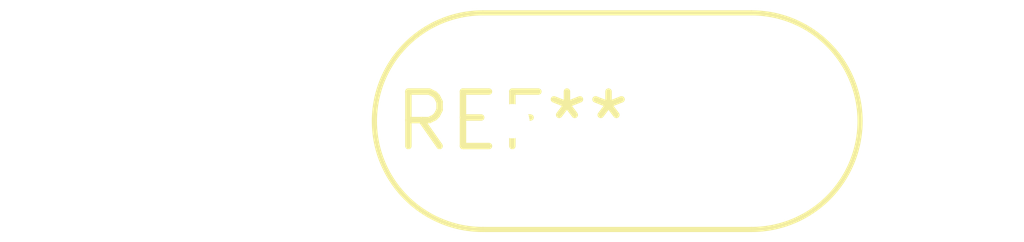
<source format=kicad_pcb>
(kicad_pcb (version 20240108) (generator pcbnew)
  (layers (0 "F.Cu" signal) (31 "B.Cu" signal) (34 "B.Paste" user) (35 "F.Paste" user) (36 "B.SilkS" user "B.Silkscreen") (37 "F.SilkS" user "F.Silkscreen") (38 "B.Mask" user) (39 "F.Mask" user) (44 "Edge.Cuts" user))
  (net 0 "")
  (footprint "Crystal_HC49-U_Vertical" (layer "F.Cu") (at 0 0)
    (property "Reference" "REF**")
    (property "Value" "Crystal_HC49-U_Vertical")
    (fp_line (start -0.685 -2.525) (end 5.565 -2.525) (layer "F.SilkS") (stroke (width 0.12)))
    (fp_line (start -0.685 2.525) (end 5.565 2.525) (layer "F.SilkS") (stroke (width 0.12)))
    (fp_arc (start -0.685 2.525) (mid -3.21 0) (end -0.685 -2.525) (layer "F.SilkS") (stroke (width 0.12)))
    (fp_arc (start 5.565 -2.525) (mid 8.09 0) (end 5.565 2.525) (layer "F.SilkS") (stroke (width 0.12)))
    (pad "1" thru_hole circle (at 0 0) (size 1.5 1.5) (drill 0.8) (layers *.Cu *.Mask) (remove_unused_layers))
    (pad "2" thru_hole circle (at 4.88 0) (size 1.5 1.5) (drill 0.8) (layers *.Cu *.Mask) (remove_unused_layers))
  )
)
</source>
